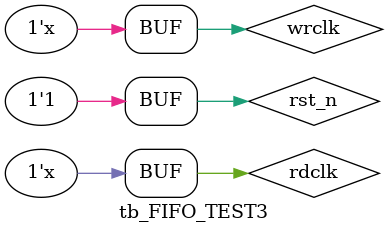
<source format=sv>

`timescale 1ns/1ps
module tb_FIFO_TEST3 (); /* this is automatically generated */

	// asynchronous reset
	reg rst_n;
	initial begin
		rst_n <= '0;
		#14
		rst_n <= '1;
	end

	// (*NOTE*) replace reset, clock, others
	reg wrclk;	//100MHz
	reg rdclk;	//50MHz

	initial begin
		wrclk = 1'd0;
		rdclk = 1'd0;
	end

	always #5 wrclk <= ~wrclk;
	always #10 rdclk <= ~rdclk;


	reg [31:0] random_data_temp;
	wire [31:0] random_data;
	always@(posedge wrclk or negedge rst_n) begin
		if(~rst_n) begin
			random_data_temp <= 32'd0;
		end else begin
			random_data_temp <= {$random} % 256;
		end
	end 

	assign random_data = random_data_temp;

	wire data_valid;
	wire [63:0] up_data;

	FIFO_TEST3 inst_FIFO_TEST3
		(
			.rst_n      (rst_n),
			.random_data(random_data),
			.wrclk      (wrclk),
			.rdclk      (rdclk),
			.data_valid (data_valid),
			.up_data   (up_data)
		);

endmodule

</source>
